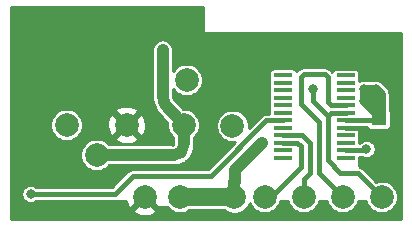
<source format=gbr>
G04 #@! TF.GenerationSoftware,KiCad,Pcbnew,(5.1.5-0-10_14)*
G04 #@! TF.CreationDate,2021-11-24T22:53:40+00:00*
G04 #@! TF.ProjectId,throwie,7468726f-7769-4652-9e6b-696361645f70,rev?*
G04 #@! TF.SameCoordinates,Original*
G04 #@! TF.FileFunction,Copper,L1,Top*
G04 #@! TF.FilePolarity,Positive*
%FSLAX46Y46*%
G04 Gerber Fmt 4.6, Leading zero omitted, Abs format (unit mm)*
G04 Created by KiCad (PCBNEW (5.1.5-0-10_14)) date 2021-11-24 22:53:40*
%MOMM*%
%LPD*%
G04 APERTURE LIST*
%ADD10C,1.000000*%
%ADD11C,2.000000*%
%ADD12R,1.600000X0.400000*%
%ADD13R,1.300000X1.100000*%
%ADD14C,0.800000*%
%ADD15C,0.400000*%
%ADD16C,0.250000*%
%ADD17C,0.500000*%
%ADD18C,0.750000*%
%ADD19C,1.500000*%
%ADD20C,0.254000*%
G04 APERTURE END LIST*
D10*
X35560000Y-156718000D02*
G75*
G02X34798000Y-157480000I-762000J0D01*
G01*
X34374421Y-153664684D02*
X35560000Y-154940000D01*
X33782000Y-148590000D02*
X33782000Y-152400000D01*
X34374421Y-153664684D02*
G75*
G02X33782000Y-152400000I1053694J1264684D01*
G01*
D11*
X25654000Y-154940000D03*
X28194000Y-157480000D03*
X30734000Y-154940000D03*
D12*
X43976000Y-157734000D03*
X43976000Y-157099000D03*
X43976000Y-156464000D03*
X43976000Y-155829000D03*
X43976000Y-155194000D03*
X43976000Y-154559000D03*
X43976000Y-153924000D03*
X43976000Y-153289000D03*
X43976000Y-152654000D03*
X43976000Y-152019000D03*
X43976000Y-151384000D03*
X43976000Y-150734000D03*
X49276000Y-150749000D03*
X49276000Y-151384000D03*
X49276000Y-152019000D03*
X49276000Y-152654000D03*
X49276000Y-153289000D03*
X49276000Y-153924000D03*
X49276000Y-154559000D03*
X49276000Y-155194000D03*
X49276000Y-155829000D03*
X49276000Y-156464000D03*
X49276000Y-157099000D03*
X49276000Y-157734000D03*
D11*
X49022000Y-161036000D03*
X52324000Y-161036000D03*
X45720000Y-161036000D03*
X42418000Y-161036000D03*
X35814000Y-151130000D03*
X39703087Y-155019087D03*
X35560000Y-154940000D03*
X39861823Y-161083640D03*
X32258000Y-161036000D03*
X35258000Y-161036000D03*
D13*
X52070000Y-155956000D03*
X52070000Y-154456000D03*
D14*
X23622000Y-146558000D03*
X24638000Y-146558000D03*
X25654000Y-146558000D03*
X26670000Y-146558000D03*
X28194000Y-154940000D03*
X22606000Y-146558000D03*
X53340000Y-156996058D03*
X36576000Y-153162000D03*
X38608000Y-153162000D03*
X37592000Y-153162000D03*
X37592000Y-156718000D03*
X38608000Y-156718000D03*
X35814000Y-147574000D03*
X35814000Y-148590000D03*
X24384000Y-151384000D03*
X24384000Y-152400000D03*
X21844000Y-162560000D03*
X53340000Y-155956000D03*
X22860000Y-162560000D03*
X23876000Y-162560000D03*
X41148000Y-147574000D03*
X42164000Y-147574000D03*
X43180000Y-147574000D03*
X44196000Y-147574000D03*
X45212000Y-147574000D03*
X46228000Y-147574000D03*
X47244000Y-147574000D03*
X48260000Y-147574000D03*
X49276000Y-147574000D03*
X50292000Y-147574000D03*
X51308000Y-147574000D03*
X52324000Y-147574000D03*
X53340000Y-147574000D03*
X36576000Y-162560000D03*
X37592000Y-162560000D03*
X38608000Y-162560000D03*
X42164000Y-156464000D03*
X41148000Y-157480000D03*
X51854000Y-151892000D03*
X50800000Y-152908000D03*
X50800000Y-151892000D03*
X33782000Y-148590000D03*
X51049396Y-156977862D03*
X22606000Y-160782000D03*
X46482000Y-151892000D03*
D15*
X49276000Y-155194000D02*
X50476000Y-155194000D01*
X50476000Y-155194000D02*
X50546000Y-155194000D01*
X50546000Y-155194000D02*
X50800000Y-155448000D01*
X50800000Y-155448000D02*
X51308000Y-155956000D01*
X51308000Y-155956000D02*
X52070000Y-155956000D01*
D16*
X38608000Y-151384000D02*
X35814000Y-148590000D01*
X38608000Y-153162000D02*
X38608000Y-151384000D01*
X22606000Y-149606000D02*
X24384000Y-151384000D01*
X22606000Y-146558000D02*
X22606000Y-149606000D01*
X24384000Y-152400000D02*
X24384000Y-151384000D01*
D17*
X52070000Y-155956000D02*
X53340000Y-155956000D01*
D18*
X53340000Y-147574000D02*
X41148000Y-147574000D01*
X38608000Y-150114000D02*
X41148000Y-147574000D01*
X38608000Y-151384000D02*
X38608000Y-150114000D01*
D16*
X23005999Y-146957999D02*
X22606000Y-146558000D01*
X28194000Y-152146000D02*
X23005999Y-146957999D01*
X28194000Y-154940000D02*
X28194000Y-152146000D01*
D15*
X35099640Y-161083640D02*
X35147280Y-161036000D01*
X35147280Y-161036000D02*
X35147280Y-160940720D01*
X35147280Y-160940720D02*
X35306000Y-160782000D01*
X35306000Y-160782000D02*
X35306000Y-161036000D01*
X40386000Y-160782000D02*
X40132000Y-160782000D01*
X40132000Y-160782000D02*
X39878000Y-161036000D01*
D19*
X35258000Y-161036000D02*
X39878000Y-161036000D01*
D10*
X39861823Y-161083640D02*
X39861823Y-159782177D01*
X39861823Y-159782177D02*
X39878000Y-159766000D01*
X39878000Y-158750000D02*
X42164000Y-156464000D01*
X39878000Y-159766000D02*
X39878000Y-158750000D01*
D15*
X49276000Y-154559000D02*
X51943000Y-154559000D01*
X51943000Y-154559000D02*
X52070000Y-154432000D01*
D18*
X51854000Y-151892000D02*
X50800000Y-151892000D01*
X50800000Y-151892000D02*
X50800000Y-152908000D01*
X50800000Y-152908000D02*
X52070000Y-154178000D01*
X52070000Y-154178000D02*
X52070000Y-154432000D01*
X51816000Y-151892000D02*
X50800000Y-152908000D01*
X51854000Y-151892000D02*
X51816000Y-151892000D01*
X51854000Y-153962000D02*
X52070000Y-154178000D01*
X50800000Y-151892000D02*
X51816000Y-152908000D01*
X51816000Y-152908000D02*
X51816000Y-153416000D01*
X51816000Y-153416000D02*
X51854000Y-153962000D01*
X51854000Y-151892000D02*
X51816000Y-153416000D01*
X52253999Y-152291999D02*
X52253999Y-153994001D01*
X51854000Y-151892000D02*
X52253999Y-152291999D01*
X52253999Y-153994001D02*
X52070000Y-154178000D01*
D10*
X28194000Y-157480000D02*
X34544000Y-157480000D01*
X35560000Y-156464000D02*
X35560000Y-154686000D01*
D16*
X33782000Y-153162000D02*
X33782000Y-148590000D01*
X35560000Y-154940000D02*
X33782000Y-153162000D01*
X34544000Y-157480000D02*
X35560000Y-157480000D01*
X35560000Y-157480000D02*
X35560000Y-156464000D01*
D15*
X50928258Y-157099000D02*
X51049396Y-156977862D01*
X49276000Y-157099000D02*
X50928258Y-157099000D01*
X29718000Y-160782000D02*
X22606000Y-160782000D01*
X31242000Y-159258000D02*
X29718000Y-160782000D01*
X37846000Y-159258000D02*
X31242000Y-159258000D01*
X42545000Y-154559000D02*
X37846000Y-159258000D01*
X43976000Y-154559000D02*
X42545000Y-154559000D01*
X48076000Y-153924000D02*
X47822000Y-154178000D01*
X49276000Y-153924000D02*
X48076000Y-153924000D01*
X47752000Y-157930002D02*
X48825998Y-159004000D01*
X48825998Y-159004000D02*
X50292000Y-159004000D01*
X47752000Y-154178000D02*
X47752000Y-157930002D01*
X50292000Y-159004000D02*
X52324000Y-161036000D01*
X46482000Y-152908000D02*
X47752000Y-154178000D01*
X46482000Y-151892000D02*
X46482000Y-152908000D01*
X45176000Y-156464000D02*
X45466000Y-156754000D01*
X45466000Y-158496000D02*
X45212000Y-158750000D01*
X45466000Y-156754000D02*
X45466000Y-158496000D01*
X43976000Y-156464000D02*
X45176000Y-156464000D01*
X45212000Y-158750000D02*
X43180000Y-160782000D01*
X43180000Y-160782000D02*
X42926000Y-161036000D01*
X42926000Y-161036000D02*
X42418000Y-161036000D01*
X46228000Y-156464000D02*
X46228000Y-159004000D01*
X46228000Y-159004000D02*
X45720000Y-159512000D01*
X45593000Y-155829000D02*
X46228000Y-156464000D01*
X45720000Y-159512000D02*
X45720000Y-161036000D01*
X43976000Y-155829000D02*
X45593000Y-155829000D01*
X48076000Y-153289000D02*
X49276000Y-153289000D01*
X47752000Y-152965000D02*
X48076000Y-153289000D01*
X47752000Y-150876000D02*
X47752000Y-152965000D01*
X47498000Y-150622000D02*
X47752000Y-150876000D01*
X45720000Y-150622000D02*
X47498000Y-150622000D01*
X46990000Y-159004000D02*
X46990000Y-154686000D01*
X45466000Y-153162000D02*
X45466000Y-150876000D01*
X46990000Y-154686000D02*
X45466000Y-153162000D01*
X45466000Y-150876000D02*
X45720000Y-150622000D01*
X49022000Y-161036000D02*
X46990000Y-159004000D01*
D20*
G36*
X37211000Y-147066000D02*
G01*
X37213440Y-147090776D01*
X37220667Y-147114601D01*
X37232403Y-147136557D01*
X37248197Y-147155803D01*
X37267443Y-147171597D01*
X37289399Y-147183333D01*
X37313224Y-147190560D01*
X37338000Y-147193000D01*
X53950000Y-147193000D01*
X53950001Y-162916000D01*
X20980000Y-162916000D01*
X20980000Y-160705078D01*
X21825000Y-160705078D01*
X21825000Y-160858922D01*
X21855013Y-161009809D01*
X21913887Y-161151942D01*
X21999358Y-161279859D01*
X22108141Y-161388642D01*
X22236058Y-161474113D01*
X22378191Y-161532987D01*
X22529078Y-161563000D01*
X22682922Y-161563000D01*
X22833809Y-161532987D01*
X22975942Y-161474113D01*
X23103859Y-161388642D01*
X23129501Y-161363000D01*
X29689460Y-161363000D01*
X29718000Y-161365811D01*
X29746540Y-161363000D01*
X29831896Y-161354593D01*
X29858845Y-161346418D01*
X29866403Y-161360557D01*
X29882197Y-161379803D01*
X29901443Y-161395597D01*
X29923399Y-161407333D01*
X29947224Y-161414560D01*
X29972000Y-161417000D01*
X30659946Y-161417000D01*
X30660039Y-161417675D01*
X30765205Y-161722088D01*
X30858186Y-161896044D01*
X31122587Y-161991808D01*
X31697395Y-161417000D01*
X32056605Y-161417000D01*
X31302192Y-162171413D01*
X31397956Y-162435814D01*
X31687571Y-162576704D01*
X31999108Y-162658384D01*
X32320595Y-162677718D01*
X32639675Y-162633961D01*
X32944088Y-162528795D01*
X33118044Y-162435814D01*
X33213808Y-162171413D01*
X32459395Y-161417000D01*
X32818605Y-161417000D01*
X33393413Y-161991808D01*
X33577868Y-161925000D01*
X34193971Y-161925000D01*
X34377664Y-162108693D01*
X34603851Y-162259826D01*
X34855177Y-162363929D01*
X35121983Y-162417000D01*
X35394017Y-162417000D01*
X35660823Y-162363929D01*
X35912149Y-162259826D01*
X36051073Y-162167000D01*
X38997451Y-162167000D01*
X39207674Y-162307466D01*
X39459000Y-162411569D01*
X39725806Y-162464640D01*
X39997840Y-162464640D01*
X40264646Y-162411569D01*
X40515972Y-162307466D01*
X40742159Y-162156333D01*
X40934516Y-161963976D01*
X41085649Y-161737789D01*
X41149778Y-161582968D01*
X41194174Y-161690149D01*
X41345307Y-161916336D01*
X41537664Y-162108693D01*
X41763851Y-162259826D01*
X42015177Y-162363929D01*
X42281983Y-162417000D01*
X42554017Y-162417000D01*
X42820823Y-162363929D01*
X43072149Y-162259826D01*
X43298336Y-162108693D01*
X43490693Y-161916336D01*
X43641826Y-161690149D01*
X43745929Y-161438823D01*
X43750270Y-161417000D01*
X44387730Y-161417000D01*
X44392071Y-161438823D01*
X44496174Y-161690149D01*
X44647307Y-161916336D01*
X44839664Y-162108693D01*
X45065851Y-162259826D01*
X45317177Y-162363929D01*
X45583983Y-162417000D01*
X45856017Y-162417000D01*
X46122823Y-162363929D01*
X46374149Y-162259826D01*
X46600336Y-162108693D01*
X46792693Y-161916336D01*
X46943826Y-161690149D01*
X47047929Y-161438823D01*
X47052270Y-161417000D01*
X47689730Y-161417000D01*
X47694071Y-161438823D01*
X47798174Y-161690149D01*
X47949307Y-161916336D01*
X48141664Y-162108693D01*
X48367851Y-162259826D01*
X48619177Y-162363929D01*
X48885983Y-162417000D01*
X49158017Y-162417000D01*
X49424823Y-162363929D01*
X49676149Y-162259826D01*
X49902336Y-162108693D01*
X50094693Y-161916336D01*
X50245826Y-161690149D01*
X50349929Y-161438823D01*
X50354270Y-161417000D01*
X50991730Y-161417000D01*
X50996071Y-161438823D01*
X51100174Y-161690149D01*
X51251307Y-161916336D01*
X51443664Y-162108693D01*
X51669851Y-162259826D01*
X51921177Y-162363929D01*
X52187983Y-162417000D01*
X52460017Y-162417000D01*
X52726823Y-162363929D01*
X52978149Y-162259826D01*
X53204336Y-162108693D01*
X53396693Y-161916336D01*
X53547826Y-161690149D01*
X53651929Y-161438823D01*
X53705000Y-161172017D01*
X53705000Y-160899983D01*
X53651929Y-160633177D01*
X53547826Y-160381851D01*
X53396693Y-160155664D01*
X53204336Y-159963307D01*
X52978149Y-159812174D01*
X52726823Y-159708071D01*
X52460017Y-159655000D01*
X52187983Y-159655000D01*
X51921177Y-159708071D01*
X51848028Y-159738370D01*
X50723017Y-158613360D01*
X50704817Y-158591183D01*
X50616348Y-158518579D01*
X50515415Y-158464629D01*
X50419000Y-158435382D01*
X50419000Y-158100528D01*
X50429701Y-158080508D01*
X50451487Y-158008689D01*
X50458843Y-157934000D01*
X50458843Y-157680000D01*
X50703656Y-157680000D01*
X50821587Y-157728849D01*
X50972474Y-157758862D01*
X51126318Y-157758862D01*
X51277205Y-157728849D01*
X51419338Y-157669975D01*
X51547255Y-157584504D01*
X51656038Y-157475721D01*
X51741509Y-157347804D01*
X51800383Y-157205671D01*
X51830396Y-157054784D01*
X51830396Y-156900940D01*
X51800383Y-156750053D01*
X51741509Y-156607920D01*
X51656038Y-156480003D01*
X51547255Y-156371220D01*
X51419338Y-156285749D01*
X51277205Y-156226875D01*
X51126318Y-156196862D01*
X50972474Y-156196862D01*
X50821587Y-156226875D01*
X50679454Y-156285749D01*
X50551537Y-156371220D01*
X50458843Y-156463914D01*
X50458843Y-156264000D01*
X50451487Y-156189311D01*
X50438500Y-156146500D01*
X50451487Y-156103689D01*
X50458843Y-156029000D01*
X50458843Y-155629000D01*
X50451487Y-155554311D01*
X50429701Y-155482492D01*
X50419000Y-155462472D01*
X50419000Y-155140000D01*
X51062505Y-155140000D01*
X51066299Y-155152508D01*
X51101678Y-155218696D01*
X51149289Y-155276711D01*
X51207304Y-155324322D01*
X51273492Y-155359701D01*
X51345311Y-155381487D01*
X51420000Y-155388843D01*
X52720000Y-155388843D01*
X52794689Y-155381487D01*
X52866508Y-155359701D01*
X52932696Y-155324322D01*
X52990711Y-155276711D01*
X53038322Y-155218696D01*
X53073701Y-155152508D01*
X53095487Y-155080689D01*
X53102843Y-155006000D01*
X53102843Y-153906000D01*
X53095487Y-153831311D01*
X53073701Y-153759492D01*
X53038322Y-153693304D01*
X53009999Y-153658792D01*
X53009999Y-152329127D01*
X53013656Y-152291998D01*
X52999059Y-152143797D01*
X52996596Y-152135678D01*
X52955831Y-152001291D01*
X52885631Y-151869956D01*
X52791158Y-151754840D01*
X52762306Y-151731162D01*
X52531838Y-151500694D01*
X52460642Y-151394141D01*
X52351859Y-151285358D01*
X52223942Y-151199887D01*
X52081809Y-151141013D01*
X51930922Y-151111000D01*
X51777078Y-151111000D01*
X51651393Y-151136000D01*
X51002607Y-151136000D01*
X50876922Y-151111000D01*
X50723078Y-151111000D01*
X50572191Y-151141013D01*
X50458843Y-151187964D01*
X50458843Y-151184000D01*
X50451487Y-151109311D01*
X50438500Y-151066500D01*
X50451487Y-151023689D01*
X50458843Y-150949000D01*
X50458843Y-150549000D01*
X50451487Y-150474311D01*
X50429701Y-150402492D01*
X50394322Y-150336304D01*
X50346711Y-150278289D01*
X50288696Y-150230678D01*
X50222508Y-150195299D01*
X50150689Y-150173513D01*
X50076000Y-150166157D01*
X48476000Y-150166157D01*
X48401311Y-150173513D01*
X48329492Y-150195299D01*
X48263304Y-150230678D01*
X48205289Y-150278289D01*
X48157678Y-150336304D01*
X48122299Y-150402492D01*
X48117144Y-150419487D01*
X47929017Y-150231360D01*
X47910817Y-150209183D01*
X47822348Y-150136579D01*
X47721415Y-150082629D01*
X47611896Y-150049407D01*
X47526540Y-150041000D01*
X47498000Y-150038189D01*
X47469460Y-150041000D01*
X45748536Y-150041000D01*
X45719999Y-150038189D01*
X45691462Y-150041000D01*
X45691460Y-150041000D01*
X45606104Y-150049407D01*
X45496585Y-150082629D01*
X45395652Y-150136579D01*
X45307183Y-150209183D01*
X45288983Y-150231360D01*
X45130434Y-150389909D01*
X45129701Y-150387492D01*
X45094322Y-150321304D01*
X45046711Y-150263289D01*
X44988696Y-150215678D01*
X44922508Y-150180299D01*
X44850689Y-150158513D01*
X44776000Y-150151157D01*
X43176000Y-150151157D01*
X43101311Y-150158513D01*
X43029492Y-150180299D01*
X42963304Y-150215678D01*
X42905289Y-150263289D01*
X42857678Y-150321304D01*
X42822299Y-150387492D01*
X42800513Y-150459311D01*
X42793157Y-150534000D01*
X42793157Y-150934000D01*
X42800513Y-151008689D01*
X42815775Y-151059000D01*
X42800513Y-151109311D01*
X42793157Y-151184000D01*
X42793157Y-151584000D01*
X42800513Y-151658689D01*
X42813500Y-151701500D01*
X42800513Y-151744311D01*
X42793157Y-151819000D01*
X42793157Y-152219000D01*
X42800513Y-152293689D01*
X42813500Y-152336500D01*
X42800513Y-152379311D01*
X42793157Y-152454000D01*
X42793157Y-152854000D01*
X42800513Y-152928689D01*
X42813500Y-152971500D01*
X42800513Y-153014311D01*
X42793157Y-153089000D01*
X42793157Y-153489000D01*
X42800513Y-153563689D01*
X42813500Y-153606500D01*
X42800513Y-153649311D01*
X42793157Y-153724000D01*
X42793157Y-153978000D01*
X42573540Y-153978000D01*
X42545000Y-153975189D01*
X42516460Y-153978000D01*
X42431104Y-153986407D01*
X42321585Y-154019629D01*
X42220652Y-154073579D01*
X42132183Y-154146183D01*
X42113990Y-154168352D01*
X41073372Y-155208970D01*
X41084087Y-155155104D01*
X41084087Y-154883070D01*
X41031016Y-154616264D01*
X40926913Y-154364938D01*
X40775780Y-154138751D01*
X40583423Y-153946394D01*
X40357236Y-153795261D01*
X40105910Y-153691158D01*
X39839104Y-153638087D01*
X39567070Y-153638087D01*
X39300264Y-153691158D01*
X39048938Y-153795261D01*
X38822751Y-153946394D01*
X38630394Y-154138751D01*
X38479261Y-154364938D01*
X38375158Y-154616264D01*
X38322087Y-154883070D01*
X38322087Y-155155104D01*
X38375158Y-155421910D01*
X38479261Y-155673236D01*
X38630394Y-155899423D01*
X38822751Y-156091780D01*
X39048938Y-156242913D01*
X39300264Y-156347016D01*
X39567070Y-156400087D01*
X39839104Y-156400087D01*
X39892970Y-156389372D01*
X37605343Y-158677000D01*
X31270536Y-158677000D01*
X31241999Y-158674189D01*
X31213462Y-158677000D01*
X31213460Y-158677000D01*
X31128104Y-158685407D01*
X31018585Y-158718629D01*
X30917652Y-158772579D01*
X30829183Y-158845183D01*
X30810990Y-158867352D01*
X29477343Y-160201000D01*
X23129501Y-160201000D01*
X23103859Y-160175358D01*
X22975942Y-160089887D01*
X22833809Y-160031013D01*
X22682922Y-160001000D01*
X22529078Y-160001000D01*
X22378191Y-160031013D01*
X22236058Y-160089887D01*
X22108141Y-160175358D01*
X21999358Y-160284141D01*
X21913887Y-160412058D01*
X21855013Y-160554191D01*
X21825000Y-160705078D01*
X20980000Y-160705078D01*
X20980000Y-157343983D01*
X26813000Y-157343983D01*
X26813000Y-157616017D01*
X26866071Y-157882823D01*
X26970174Y-158134149D01*
X27121307Y-158360336D01*
X27313664Y-158552693D01*
X27539851Y-158703826D01*
X27791177Y-158807929D01*
X28057983Y-158861000D01*
X28330017Y-158861000D01*
X28596823Y-158807929D01*
X28848149Y-158703826D01*
X29074336Y-158552693D01*
X29266029Y-158361000D01*
X34587273Y-158361000D01*
X34686989Y-158351179D01*
X34711230Y-158356155D01*
X34746950Y-158356404D01*
X34788845Y-158360952D01*
X34801146Y-158360994D01*
X34806466Y-158360975D01*
X34844714Y-158357087D01*
X34883167Y-158357355D01*
X34895409Y-158356155D01*
X35043311Y-158340610D01*
X35121541Y-158324551D01*
X35199959Y-158309593D01*
X35211736Y-158306038D01*
X35353802Y-158262061D01*
X35427397Y-158231125D01*
X35501450Y-158201205D01*
X35512312Y-158195430D01*
X35643130Y-158124698D01*
X35709342Y-158080037D01*
X35776145Y-158036322D01*
X35785678Y-158028548D01*
X35900266Y-157933751D01*
X35956534Y-157877088D01*
X36013578Y-157821226D01*
X36021420Y-157811748D01*
X36115412Y-157696502D01*
X36159585Y-157630015D01*
X36204711Y-157564111D01*
X36210562Y-157553290D01*
X36280380Y-157421982D01*
X36310815Y-157348141D01*
X36342264Y-157274766D01*
X36345902Y-157263014D01*
X36388886Y-157120646D01*
X36404390Y-157042342D01*
X36420998Y-156964210D01*
X36422283Y-156951976D01*
X36436795Y-156803969D01*
X36436795Y-156632028D01*
X36431398Y-156604769D01*
X36441000Y-156507273D01*
X36441000Y-156012029D01*
X36632693Y-155820336D01*
X36783826Y-155594149D01*
X36887929Y-155342823D01*
X36941000Y-155076017D01*
X36941000Y-154803983D01*
X36887929Y-154537177D01*
X36783826Y-154285851D01*
X36632693Y-154059664D01*
X36440336Y-153867307D01*
X36214149Y-153716174D01*
X35962823Y-153612071D01*
X35696017Y-153559000D01*
X35479060Y-153559000D01*
X34990206Y-153033145D01*
X34980471Y-153024543D01*
X34836791Y-152878843D01*
X34755045Y-152754868D01*
X34698937Y-152617380D01*
X34666316Y-152449560D01*
X34663000Y-152379242D01*
X34663000Y-151893141D01*
X34741307Y-152010336D01*
X34933664Y-152202693D01*
X35159851Y-152353826D01*
X35411177Y-152457929D01*
X35677983Y-152511000D01*
X35950017Y-152511000D01*
X36216823Y-152457929D01*
X36468149Y-152353826D01*
X36694336Y-152202693D01*
X36886693Y-152010336D01*
X37037826Y-151784149D01*
X37141929Y-151532823D01*
X37195000Y-151266017D01*
X37195000Y-150993983D01*
X37141929Y-150727177D01*
X37037826Y-150475851D01*
X36886693Y-150249664D01*
X36694336Y-150057307D01*
X36468149Y-149906174D01*
X36216823Y-149802071D01*
X35950017Y-149749000D01*
X35677983Y-149749000D01*
X35411177Y-149802071D01*
X35159851Y-149906174D01*
X34933664Y-150057307D01*
X34741307Y-150249664D01*
X34663000Y-150366859D01*
X34663000Y-148546727D01*
X34650252Y-148417294D01*
X34599875Y-148251225D01*
X34518068Y-148098175D01*
X34407975Y-147964025D01*
X34273824Y-147853932D01*
X34120774Y-147772125D01*
X33954705Y-147721748D01*
X33782000Y-147704738D01*
X33609294Y-147721748D01*
X33443225Y-147772125D01*
X33290175Y-147853932D01*
X33156025Y-147964025D01*
X33045932Y-148098176D01*
X32964125Y-148251226D01*
X32913748Y-148417295D01*
X32901000Y-148546728D01*
X32901001Y-152443273D01*
X32903036Y-152463935D01*
X32909283Y-152596411D01*
X32917605Y-152653461D01*
X32922229Y-152710924D01*
X32924491Y-152723016D01*
X32985791Y-153038378D01*
X33008603Y-153114899D01*
X33030346Y-153191735D01*
X33034914Y-153203157D01*
X33156302Y-153500607D01*
X33193529Y-153571214D01*
X33229792Y-153642383D01*
X33236491Y-153652699D01*
X33413341Y-153920907D01*
X33463568Y-153982932D01*
X33512973Y-154045714D01*
X33521549Y-154054533D01*
X33738024Y-154274050D01*
X34188107Y-154758200D01*
X34179000Y-154803983D01*
X34179000Y-155076017D01*
X34232071Y-155342823D01*
X34336174Y-155594149D01*
X34487307Y-155820336D01*
X34679000Y-156012029D01*
X34679000Y-156507272D01*
X34688312Y-156601820D01*
X34686827Y-156608805D01*
X34587273Y-156599000D01*
X29266029Y-156599000D01*
X29074336Y-156407307D01*
X28848149Y-156256174D01*
X28596823Y-156152071D01*
X28330017Y-156099000D01*
X28057983Y-156099000D01*
X27791177Y-156152071D01*
X27539851Y-156256174D01*
X27313664Y-156407307D01*
X27121307Y-156599664D01*
X26970174Y-156825851D01*
X26866071Y-157077177D01*
X26813000Y-157343983D01*
X20980000Y-157343983D01*
X20980000Y-154803983D01*
X24273000Y-154803983D01*
X24273000Y-155076017D01*
X24326071Y-155342823D01*
X24430174Y-155594149D01*
X24581307Y-155820336D01*
X24773664Y-156012693D01*
X24999851Y-156163826D01*
X25251177Y-156267929D01*
X25517983Y-156321000D01*
X25790017Y-156321000D01*
X26056823Y-156267929D01*
X26308149Y-156163826D01*
X26440468Y-156075413D01*
X29778192Y-156075413D01*
X29873956Y-156339814D01*
X30163571Y-156480704D01*
X30475108Y-156562384D01*
X30796595Y-156581718D01*
X31115675Y-156537961D01*
X31420088Y-156432795D01*
X31594044Y-156339814D01*
X31689808Y-156075413D01*
X30734000Y-155119605D01*
X29778192Y-156075413D01*
X26440468Y-156075413D01*
X26534336Y-156012693D01*
X26726693Y-155820336D01*
X26877826Y-155594149D01*
X26981929Y-155342823D01*
X27035000Y-155076017D01*
X27035000Y-155002595D01*
X29092282Y-155002595D01*
X29136039Y-155321675D01*
X29241205Y-155626088D01*
X29334186Y-155800044D01*
X29598587Y-155895808D01*
X30554395Y-154940000D01*
X30913605Y-154940000D01*
X31869413Y-155895808D01*
X32133814Y-155800044D01*
X32274704Y-155510429D01*
X32356384Y-155198892D01*
X32375718Y-154877405D01*
X32331961Y-154558325D01*
X32226795Y-154253912D01*
X32133814Y-154079956D01*
X31869413Y-153984192D01*
X30913605Y-154940000D01*
X30554395Y-154940000D01*
X29598587Y-153984192D01*
X29334186Y-154079956D01*
X29193296Y-154369571D01*
X29111616Y-154681108D01*
X29092282Y-155002595D01*
X27035000Y-155002595D01*
X27035000Y-154803983D01*
X26981929Y-154537177D01*
X26877826Y-154285851D01*
X26726693Y-154059664D01*
X26534336Y-153867307D01*
X26440469Y-153804587D01*
X29778192Y-153804587D01*
X30734000Y-154760395D01*
X31689808Y-153804587D01*
X31594044Y-153540186D01*
X31304429Y-153399296D01*
X30992892Y-153317616D01*
X30671405Y-153298282D01*
X30352325Y-153342039D01*
X30047912Y-153447205D01*
X29873956Y-153540186D01*
X29778192Y-153804587D01*
X26440469Y-153804587D01*
X26308149Y-153716174D01*
X26056823Y-153612071D01*
X25790017Y-153559000D01*
X25517983Y-153559000D01*
X25251177Y-153612071D01*
X24999851Y-153716174D01*
X24773664Y-153867307D01*
X24581307Y-154059664D01*
X24430174Y-154285851D01*
X24326071Y-154537177D01*
X24273000Y-154803983D01*
X20980000Y-154803983D01*
X20980000Y-144932000D01*
X37211000Y-144932000D01*
X37211000Y-147066000D01*
G37*
X37211000Y-147066000D02*
X37213440Y-147090776D01*
X37220667Y-147114601D01*
X37232403Y-147136557D01*
X37248197Y-147155803D01*
X37267443Y-147171597D01*
X37289399Y-147183333D01*
X37313224Y-147190560D01*
X37338000Y-147193000D01*
X53950000Y-147193000D01*
X53950001Y-162916000D01*
X20980000Y-162916000D01*
X20980000Y-160705078D01*
X21825000Y-160705078D01*
X21825000Y-160858922D01*
X21855013Y-161009809D01*
X21913887Y-161151942D01*
X21999358Y-161279859D01*
X22108141Y-161388642D01*
X22236058Y-161474113D01*
X22378191Y-161532987D01*
X22529078Y-161563000D01*
X22682922Y-161563000D01*
X22833809Y-161532987D01*
X22975942Y-161474113D01*
X23103859Y-161388642D01*
X23129501Y-161363000D01*
X29689460Y-161363000D01*
X29718000Y-161365811D01*
X29746540Y-161363000D01*
X29831896Y-161354593D01*
X29858845Y-161346418D01*
X29866403Y-161360557D01*
X29882197Y-161379803D01*
X29901443Y-161395597D01*
X29923399Y-161407333D01*
X29947224Y-161414560D01*
X29972000Y-161417000D01*
X30659946Y-161417000D01*
X30660039Y-161417675D01*
X30765205Y-161722088D01*
X30858186Y-161896044D01*
X31122587Y-161991808D01*
X31697395Y-161417000D01*
X32056605Y-161417000D01*
X31302192Y-162171413D01*
X31397956Y-162435814D01*
X31687571Y-162576704D01*
X31999108Y-162658384D01*
X32320595Y-162677718D01*
X32639675Y-162633961D01*
X32944088Y-162528795D01*
X33118044Y-162435814D01*
X33213808Y-162171413D01*
X32459395Y-161417000D01*
X32818605Y-161417000D01*
X33393413Y-161991808D01*
X33577868Y-161925000D01*
X34193971Y-161925000D01*
X34377664Y-162108693D01*
X34603851Y-162259826D01*
X34855177Y-162363929D01*
X35121983Y-162417000D01*
X35394017Y-162417000D01*
X35660823Y-162363929D01*
X35912149Y-162259826D01*
X36051073Y-162167000D01*
X38997451Y-162167000D01*
X39207674Y-162307466D01*
X39459000Y-162411569D01*
X39725806Y-162464640D01*
X39997840Y-162464640D01*
X40264646Y-162411569D01*
X40515972Y-162307466D01*
X40742159Y-162156333D01*
X40934516Y-161963976D01*
X41085649Y-161737789D01*
X41149778Y-161582968D01*
X41194174Y-161690149D01*
X41345307Y-161916336D01*
X41537664Y-162108693D01*
X41763851Y-162259826D01*
X42015177Y-162363929D01*
X42281983Y-162417000D01*
X42554017Y-162417000D01*
X42820823Y-162363929D01*
X43072149Y-162259826D01*
X43298336Y-162108693D01*
X43490693Y-161916336D01*
X43641826Y-161690149D01*
X43745929Y-161438823D01*
X43750270Y-161417000D01*
X44387730Y-161417000D01*
X44392071Y-161438823D01*
X44496174Y-161690149D01*
X44647307Y-161916336D01*
X44839664Y-162108693D01*
X45065851Y-162259826D01*
X45317177Y-162363929D01*
X45583983Y-162417000D01*
X45856017Y-162417000D01*
X46122823Y-162363929D01*
X46374149Y-162259826D01*
X46600336Y-162108693D01*
X46792693Y-161916336D01*
X46943826Y-161690149D01*
X47047929Y-161438823D01*
X47052270Y-161417000D01*
X47689730Y-161417000D01*
X47694071Y-161438823D01*
X47798174Y-161690149D01*
X47949307Y-161916336D01*
X48141664Y-162108693D01*
X48367851Y-162259826D01*
X48619177Y-162363929D01*
X48885983Y-162417000D01*
X49158017Y-162417000D01*
X49424823Y-162363929D01*
X49676149Y-162259826D01*
X49902336Y-162108693D01*
X50094693Y-161916336D01*
X50245826Y-161690149D01*
X50349929Y-161438823D01*
X50354270Y-161417000D01*
X50991730Y-161417000D01*
X50996071Y-161438823D01*
X51100174Y-161690149D01*
X51251307Y-161916336D01*
X51443664Y-162108693D01*
X51669851Y-162259826D01*
X51921177Y-162363929D01*
X52187983Y-162417000D01*
X52460017Y-162417000D01*
X52726823Y-162363929D01*
X52978149Y-162259826D01*
X53204336Y-162108693D01*
X53396693Y-161916336D01*
X53547826Y-161690149D01*
X53651929Y-161438823D01*
X53705000Y-161172017D01*
X53705000Y-160899983D01*
X53651929Y-160633177D01*
X53547826Y-160381851D01*
X53396693Y-160155664D01*
X53204336Y-159963307D01*
X52978149Y-159812174D01*
X52726823Y-159708071D01*
X52460017Y-159655000D01*
X52187983Y-159655000D01*
X51921177Y-159708071D01*
X51848028Y-159738370D01*
X50723017Y-158613360D01*
X50704817Y-158591183D01*
X50616348Y-158518579D01*
X50515415Y-158464629D01*
X50419000Y-158435382D01*
X50419000Y-158100528D01*
X50429701Y-158080508D01*
X50451487Y-158008689D01*
X50458843Y-157934000D01*
X50458843Y-157680000D01*
X50703656Y-157680000D01*
X50821587Y-157728849D01*
X50972474Y-157758862D01*
X51126318Y-157758862D01*
X51277205Y-157728849D01*
X51419338Y-157669975D01*
X51547255Y-157584504D01*
X51656038Y-157475721D01*
X51741509Y-157347804D01*
X51800383Y-157205671D01*
X51830396Y-157054784D01*
X51830396Y-156900940D01*
X51800383Y-156750053D01*
X51741509Y-156607920D01*
X51656038Y-156480003D01*
X51547255Y-156371220D01*
X51419338Y-156285749D01*
X51277205Y-156226875D01*
X51126318Y-156196862D01*
X50972474Y-156196862D01*
X50821587Y-156226875D01*
X50679454Y-156285749D01*
X50551537Y-156371220D01*
X50458843Y-156463914D01*
X50458843Y-156264000D01*
X50451487Y-156189311D01*
X50438500Y-156146500D01*
X50451487Y-156103689D01*
X50458843Y-156029000D01*
X50458843Y-155629000D01*
X50451487Y-155554311D01*
X50429701Y-155482492D01*
X50419000Y-155462472D01*
X50419000Y-155140000D01*
X51062505Y-155140000D01*
X51066299Y-155152508D01*
X51101678Y-155218696D01*
X51149289Y-155276711D01*
X51207304Y-155324322D01*
X51273492Y-155359701D01*
X51345311Y-155381487D01*
X51420000Y-155388843D01*
X52720000Y-155388843D01*
X52794689Y-155381487D01*
X52866508Y-155359701D01*
X52932696Y-155324322D01*
X52990711Y-155276711D01*
X53038322Y-155218696D01*
X53073701Y-155152508D01*
X53095487Y-155080689D01*
X53102843Y-155006000D01*
X53102843Y-153906000D01*
X53095487Y-153831311D01*
X53073701Y-153759492D01*
X53038322Y-153693304D01*
X53009999Y-153658792D01*
X53009999Y-152329127D01*
X53013656Y-152291998D01*
X52999059Y-152143797D01*
X52996596Y-152135678D01*
X52955831Y-152001291D01*
X52885631Y-151869956D01*
X52791158Y-151754840D01*
X52762306Y-151731162D01*
X52531838Y-151500694D01*
X52460642Y-151394141D01*
X52351859Y-151285358D01*
X52223942Y-151199887D01*
X52081809Y-151141013D01*
X51930922Y-151111000D01*
X51777078Y-151111000D01*
X51651393Y-151136000D01*
X51002607Y-151136000D01*
X50876922Y-151111000D01*
X50723078Y-151111000D01*
X50572191Y-151141013D01*
X50458843Y-151187964D01*
X50458843Y-151184000D01*
X50451487Y-151109311D01*
X50438500Y-151066500D01*
X50451487Y-151023689D01*
X50458843Y-150949000D01*
X50458843Y-150549000D01*
X50451487Y-150474311D01*
X50429701Y-150402492D01*
X50394322Y-150336304D01*
X50346711Y-150278289D01*
X50288696Y-150230678D01*
X50222508Y-150195299D01*
X50150689Y-150173513D01*
X50076000Y-150166157D01*
X48476000Y-150166157D01*
X48401311Y-150173513D01*
X48329492Y-150195299D01*
X48263304Y-150230678D01*
X48205289Y-150278289D01*
X48157678Y-150336304D01*
X48122299Y-150402492D01*
X48117144Y-150419487D01*
X47929017Y-150231360D01*
X47910817Y-150209183D01*
X47822348Y-150136579D01*
X47721415Y-150082629D01*
X47611896Y-150049407D01*
X47526540Y-150041000D01*
X47498000Y-150038189D01*
X47469460Y-150041000D01*
X45748536Y-150041000D01*
X45719999Y-150038189D01*
X45691462Y-150041000D01*
X45691460Y-150041000D01*
X45606104Y-150049407D01*
X45496585Y-150082629D01*
X45395652Y-150136579D01*
X45307183Y-150209183D01*
X45288983Y-150231360D01*
X45130434Y-150389909D01*
X45129701Y-150387492D01*
X45094322Y-150321304D01*
X45046711Y-150263289D01*
X44988696Y-150215678D01*
X44922508Y-150180299D01*
X44850689Y-150158513D01*
X44776000Y-150151157D01*
X43176000Y-150151157D01*
X43101311Y-150158513D01*
X43029492Y-150180299D01*
X42963304Y-150215678D01*
X42905289Y-150263289D01*
X42857678Y-150321304D01*
X42822299Y-150387492D01*
X42800513Y-150459311D01*
X42793157Y-150534000D01*
X42793157Y-150934000D01*
X42800513Y-151008689D01*
X42815775Y-151059000D01*
X42800513Y-151109311D01*
X42793157Y-151184000D01*
X42793157Y-151584000D01*
X42800513Y-151658689D01*
X42813500Y-151701500D01*
X42800513Y-151744311D01*
X42793157Y-151819000D01*
X42793157Y-152219000D01*
X42800513Y-152293689D01*
X42813500Y-152336500D01*
X42800513Y-152379311D01*
X42793157Y-152454000D01*
X42793157Y-152854000D01*
X42800513Y-152928689D01*
X42813500Y-152971500D01*
X42800513Y-153014311D01*
X42793157Y-153089000D01*
X42793157Y-153489000D01*
X42800513Y-153563689D01*
X42813500Y-153606500D01*
X42800513Y-153649311D01*
X42793157Y-153724000D01*
X42793157Y-153978000D01*
X42573540Y-153978000D01*
X42545000Y-153975189D01*
X42516460Y-153978000D01*
X42431104Y-153986407D01*
X42321585Y-154019629D01*
X42220652Y-154073579D01*
X42132183Y-154146183D01*
X42113990Y-154168352D01*
X41073372Y-155208970D01*
X41084087Y-155155104D01*
X41084087Y-154883070D01*
X41031016Y-154616264D01*
X40926913Y-154364938D01*
X40775780Y-154138751D01*
X40583423Y-153946394D01*
X40357236Y-153795261D01*
X40105910Y-153691158D01*
X39839104Y-153638087D01*
X39567070Y-153638087D01*
X39300264Y-153691158D01*
X39048938Y-153795261D01*
X38822751Y-153946394D01*
X38630394Y-154138751D01*
X38479261Y-154364938D01*
X38375158Y-154616264D01*
X38322087Y-154883070D01*
X38322087Y-155155104D01*
X38375158Y-155421910D01*
X38479261Y-155673236D01*
X38630394Y-155899423D01*
X38822751Y-156091780D01*
X39048938Y-156242913D01*
X39300264Y-156347016D01*
X39567070Y-156400087D01*
X39839104Y-156400087D01*
X39892970Y-156389372D01*
X37605343Y-158677000D01*
X31270536Y-158677000D01*
X31241999Y-158674189D01*
X31213462Y-158677000D01*
X31213460Y-158677000D01*
X31128104Y-158685407D01*
X31018585Y-158718629D01*
X30917652Y-158772579D01*
X30829183Y-158845183D01*
X30810990Y-158867352D01*
X29477343Y-160201000D01*
X23129501Y-160201000D01*
X23103859Y-160175358D01*
X22975942Y-160089887D01*
X22833809Y-160031013D01*
X22682922Y-160001000D01*
X22529078Y-160001000D01*
X22378191Y-160031013D01*
X22236058Y-160089887D01*
X22108141Y-160175358D01*
X21999358Y-160284141D01*
X21913887Y-160412058D01*
X21855013Y-160554191D01*
X21825000Y-160705078D01*
X20980000Y-160705078D01*
X20980000Y-157343983D01*
X26813000Y-157343983D01*
X26813000Y-157616017D01*
X26866071Y-157882823D01*
X26970174Y-158134149D01*
X27121307Y-158360336D01*
X27313664Y-158552693D01*
X27539851Y-158703826D01*
X27791177Y-158807929D01*
X28057983Y-158861000D01*
X28330017Y-158861000D01*
X28596823Y-158807929D01*
X28848149Y-158703826D01*
X29074336Y-158552693D01*
X29266029Y-158361000D01*
X34587273Y-158361000D01*
X34686989Y-158351179D01*
X34711230Y-158356155D01*
X34746950Y-158356404D01*
X34788845Y-158360952D01*
X34801146Y-158360994D01*
X34806466Y-158360975D01*
X34844714Y-158357087D01*
X34883167Y-158357355D01*
X34895409Y-158356155D01*
X35043311Y-158340610D01*
X35121541Y-158324551D01*
X35199959Y-158309593D01*
X35211736Y-158306038D01*
X35353802Y-158262061D01*
X35427397Y-158231125D01*
X35501450Y-158201205D01*
X35512312Y-158195430D01*
X35643130Y-158124698D01*
X35709342Y-158080037D01*
X35776145Y-158036322D01*
X35785678Y-158028548D01*
X35900266Y-157933751D01*
X35956534Y-157877088D01*
X36013578Y-157821226D01*
X36021420Y-157811748D01*
X36115412Y-157696502D01*
X36159585Y-157630015D01*
X36204711Y-157564111D01*
X36210562Y-157553290D01*
X36280380Y-157421982D01*
X36310815Y-157348141D01*
X36342264Y-157274766D01*
X36345902Y-157263014D01*
X36388886Y-157120646D01*
X36404390Y-157042342D01*
X36420998Y-156964210D01*
X36422283Y-156951976D01*
X36436795Y-156803969D01*
X36436795Y-156632028D01*
X36431398Y-156604769D01*
X36441000Y-156507273D01*
X36441000Y-156012029D01*
X36632693Y-155820336D01*
X36783826Y-155594149D01*
X36887929Y-155342823D01*
X36941000Y-155076017D01*
X36941000Y-154803983D01*
X36887929Y-154537177D01*
X36783826Y-154285851D01*
X36632693Y-154059664D01*
X36440336Y-153867307D01*
X36214149Y-153716174D01*
X35962823Y-153612071D01*
X35696017Y-153559000D01*
X35479060Y-153559000D01*
X34990206Y-153033145D01*
X34980471Y-153024543D01*
X34836791Y-152878843D01*
X34755045Y-152754868D01*
X34698937Y-152617380D01*
X34666316Y-152449560D01*
X34663000Y-152379242D01*
X34663000Y-151893141D01*
X34741307Y-152010336D01*
X34933664Y-152202693D01*
X35159851Y-152353826D01*
X35411177Y-152457929D01*
X35677983Y-152511000D01*
X35950017Y-152511000D01*
X36216823Y-152457929D01*
X36468149Y-152353826D01*
X36694336Y-152202693D01*
X36886693Y-152010336D01*
X37037826Y-151784149D01*
X37141929Y-151532823D01*
X37195000Y-151266017D01*
X37195000Y-150993983D01*
X37141929Y-150727177D01*
X37037826Y-150475851D01*
X36886693Y-150249664D01*
X36694336Y-150057307D01*
X36468149Y-149906174D01*
X36216823Y-149802071D01*
X35950017Y-149749000D01*
X35677983Y-149749000D01*
X35411177Y-149802071D01*
X35159851Y-149906174D01*
X34933664Y-150057307D01*
X34741307Y-150249664D01*
X34663000Y-150366859D01*
X34663000Y-148546727D01*
X34650252Y-148417294D01*
X34599875Y-148251225D01*
X34518068Y-148098175D01*
X34407975Y-147964025D01*
X34273824Y-147853932D01*
X34120774Y-147772125D01*
X33954705Y-147721748D01*
X33782000Y-147704738D01*
X33609294Y-147721748D01*
X33443225Y-147772125D01*
X33290175Y-147853932D01*
X33156025Y-147964025D01*
X33045932Y-148098176D01*
X32964125Y-148251226D01*
X32913748Y-148417295D01*
X32901000Y-148546728D01*
X32901001Y-152443273D01*
X32903036Y-152463935D01*
X32909283Y-152596411D01*
X32917605Y-152653461D01*
X32922229Y-152710924D01*
X32924491Y-152723016D01*
X32985791Y-153038378D01*
X33008603Y-153114899D01*
X33030346Y-153191735D01*
X33034914Y-153203157D01*
X33156302Y-153500607D01*
X33193529Y-153571214D01*
X33229792Y-153642383D01*
X33236491Y-153652699D01*
X33413341Y-153920907D01*
X33463568Y-153982932D01*
X33512973Y-154045714D01*
X33521549Y-154054533D01*
X33738024Y-154274050D01*
X34188107Y-154758200D01*
X34179000Y-154803983D01*
X34179000Y-155076017D01*
X34232071Y-155342823D01*
X34336174Y-155594149D01*
X34487307Y-155820336D01*
X34679000Y-156012029D01*
X34679000Y-156507272D01*
X34688312Y-156601820D01*
X34686827Y-156608805D01*
X34587273Y-156599000D01*
X29266029Y-156599000D01*
X29074336Y-156407307D01*
X28848149Y-156256174D01*
X28596823Y-156152071D01*
X28330017Y-156099000D01*
X28057983Y-156099000D01*
X27791177Y-156152071D01*
X27539851Y-156256174D01*
X27313664Y-156407307D01*
X27121307Y-156599664D01*
X26970174Y-156825851D01*
X26866071Y-157077177D01*
X26813000Y-157343983D01*
X20980000Y-157343983D01*
X20980000Y-154803983D01*
X24273000Y-154803983D01*
X24273000Y-155076017D01*
X24326071Y-155342823D01*
X24430174Y-155594149D01*
X24581307Y-155820336D01*
X24773664Y-156012693D01*
X24999851Y-156163826D01*
X25251177Y-156267929D01*
X25517983Y-156321000D01*
X25790017Y-156321000D01*
X26056823Y-156267929D01*
X26308149Y-156163826D01*
X26440468Y-156075413D01*
X29778192Y-156075413D01*
X29873956Y-156339814D01*
X30163571Y-156480704D01*
X30475108Y-156562384D01*
X30796595Y-156581718D01*
X31115675Y-156537961D01*
X31420088Y-156432795D01*
X31594044Y-156339814D01*
X31689808Y-156075413D01*
X30734000Y-155119605D01*
X29778192Y-156075413D01*
X26440468Y-156075413D01*
X26534336Y-156012693D01*
X26726693Y-155820336D01*
X26877826Y-155594149D01*
X26981929Y-155342823D01*
X27035000Y-155076017D01*
X27035000Y-155002595D01*
X29092282Y-155002595D01*
X29136039Y-155321675D01*
X29241205Y-155626088D01*
X29334186Y-155800044D01*
X29598587Y-155895808D01*
X30554395Y-154940000D01*
X30913605Y-154940000D01*
X31869413Y-155895808D01*
X32133814Y-155800044D01*
X32274704Y-155510429D01*
X32356384Y-155198892D01*
X32375718Y-154877405D01*
X32331961Y-154558325D01*
X32226795Y-154253912D01*
X32133814Y-154079956D01*
X31869413Y-153984192D01*
X30913605Y-154940000D01*
X30554395Y-154940000D01*
X29598587Y-153984192D01*
X29334186Y-154079956D01*
X29193296Y-154369571D01*
X29111616Y-154681108D01*
X29092282Y-155002595D01*
X27035000Y-155002595D01*
X27035000Y-154803983D01*
X26981929Y-154537177D01*
X26877826Y-154285851D01*
X26726693Y-154059664D01*
X26534336Y-153867307D01*
X26440469Y-153804587D01*
X29778192Y-153804587D01*
X30734000Y-154760395D01*
X31689808Y-153804587D01*
X31594044Y-153540186D01*
X31304429Y-153399296D01*
X30992892Y-153317616D01*
X30671405Y-153298282D01*
X30352325Y-153342039D01*
X30047912Y-153447205D01*
X29873956Y-153540186D01*
X29778192Y-153804587D01*
X26440469Y-153804587D01*
X26308149Y-153716174D01*
X26056823Y-153612071D01*
X25790017Y-153559000D01*
X25517983Y-153559000D01*
X25251177Y-153612071D01*
X24999851Y-153716174D01*
X24773664Y-153867307D01*
X24581307Y-154059664D01*
X24430174Y-154285851D01*
X24326071Y-154537177D01*
X24273000Y-154803983D01*
X20980000Y-154803983D01*
X20980000Y-144932000D01*
X37211000Y-144932000D01*
X37211000Y-147066000D01*
M02*

</source>
